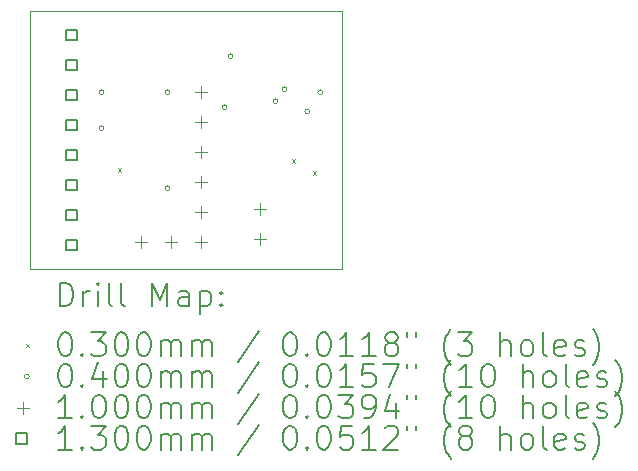
<source format=gbr>
%TF.GenerationSoftware,KiCad,Pcbnew,(6.0.11-0)*%
%TF.CreationDate,2023-09-03T14:24:56+02:00*%
%TF.ProjectId,Endstop_Levelshifter,456e6473-746f-4705-9f4c-6576656c7368,0.1*%
%TF.SameCoordinates,Original*%
%TF.FileFunction,Drillmap*%
%TF.FilePolarity,Positive*%
%FSLAX45Y45*%
G04 Gerber Fmt 4.5, Leading zero omitted, Abs format (unit mm)*
G04 Created by KiCad (PCBNEW (6.0.11-0)) date 2023-09-03 14:24:56*
%MOMM*%
%LPD*%
G01*
G04 APERTURE LIST*
%ADD10C,0.100000*%
%ADD11C,0.200000*%
%ADD12C,0.030000*%
%ADD13C,0.040000*%
%ADD14C,0.130000*%
G04 APERTURE END LIST*
D10*
X8737600Y-6934200D02*
X11379200Y-6934200D01*
X11379200Y-6934200D02*
X11379200Y-9118600D01*
X11379200Y-9118600D02*
X8737600Y-9118600D01*
X8737600Y-9118600D02*
X8737600Y-6934200D01*
D11*
D12*
X9484600Y-8265400D02*
X9514600Y-8295400D01*
X9514600Y-8265400D02*
X9484600Y-8295400D01*
X10957800Y-8189200D02*
X10987800Y-8219200D01*
X10987800Y-8189200D02*
X10957800Y-8219200D01*
X11135600Y-8290800D02*
X11165600Y-8320800D01*
X11165600Y-8290800D02*
X11135600Y-8320800D01*
D13*
X9367200Y-7620000D02*
G75*
G03*
X9367200Y-7620000I-20000J0D01*
G01*
X9367200Y-7924800D02*
G75*
G03*
X9367200Y-7924800I-20000J0D01*
G01*
X9926000Y-7620000D02*
G75*
G03*
X9926000Y-7620000I-20000J0D01*
G01*
X9926000Y-8432800D02*
G75*
G03*
X9926000Y-8432800I-20000J0D01*
G01*
X10408600Y-7747000D02*
G75*
G03*
X10408600Y-7747000I-20000J0D01*
G01*
X10459400Y-7315200D02*
G75*
G03*
X10459400Y-7315200I-20000J0D01*
G01*
X10840400Y-7696200D02*
G75*
G03*
X10840400Y-7696200I-20000J0D01*
G01*
X10916600Y-7594600D02*
G75*
G03*
X10916600Y-7594600I-20000J0D01*
G01*
X11107100Y-7785100D02*
G75*
G03*
X11107100Y-7785100I-20000J0D01*
G01*
X11217650Y-7620000D02*
G75*
G03*
X11217650Y-7620000I-20000J0D01*
G01*
D10*
X9677400Y-8840000D02*
X9677400Y-8940000D01*
X9627400Y-8890000D02*
X9727400Y-8890000D01*
X9931400Y-8840000D02*
X9931400Y-8940000D01*
X9881400Y-8890000D02*
X9981400Y-8890000D01*
X10185400Y-7570000D02*
X10185400Y-7670000D01*
X10135400Y-7620000D02*
X10235400Y-7620000D01*
X10185400Y-7824000D02*
X10185400Y-7924000D01*
X10135400Y-7874000D02*
X10235400Y-7874000D01*
X10185400Y-8078000D02*
X10185400Y-8178000D01*
X10135400Y-8128000D02*
X10235400Y-8128000D01*
X10185400Y-8332000D02*
X10185400Y-8432000D01*
X10135400Y-8382000D02*
X10235400Y-8382000D01*
X10185400Y-8586000D02*
X10185400Y-8686000D01*
X10135400Y-8636000D02*
X10235400Y-8636000D01*
X10185400Y-8840000D02*
X10185400Y-8940000D01*
X10135400Y-8890000D02*
X10235400Y-8890000D01*
X10687700Y-8559600D02*
X10687700Y-8659600D01*
X10637700Y-8609600D02*
X10737700Y-8609600D01*
X10687700Y-8813600D02*
X10687700Y-8913600D01*
X10637700Y-8863600D02*
X10737700Y-8863600D01*
D14*
X9139162Y-7181362D02*
X9139162Y-7089438D01*
X9047238Y-7089438D01*
X9047238Y-7181362D01*
X9139162Y-7181362D01*
X9139162Y-7435362D02*
X9139162Y-7343438D01*
X9047238Y-7343438D01*
X9047238Y-7435362D01*
X9139162Y-7435362D01*
X9139162Y-7689362D02*
X9139162Y-7597438D01*
X9047238Y-7597438D01*
X9047238Y-7689362D01*
X9139162Y-7689362D01*
X9139162Y-7943362D02*
X9139162Y-7851438D01*
X9047238Y-7851438D01*
X9047238Y-7943362D01*
X9139162Y-7943362D01*
X9139162Y-8197362D02*
X9139162Y-8105438D01*
X9047238Y-8105438D01*
X9047238Y-8197362D01*
X9139162Y-8197362D01*
X9139162Y-8451362D02*
X9139162Y-8359438D01*
X9047238Y-8359438D01*
X9047238Y-8451362D01*
X9139162Y-8451362D01*
X9139162Y-8705362D02*
X9139162Y-8613438D01*
X9047238Y-8613438D01*
X9047238Y-8705362D01*
X9139162Y-8705362D01*
X9139162Y-8959362D02*
X9139162Y-8867438D01*
X9047238Y-8867438D01*
X9047238Y-8959362D01*
X9139162Y-8959362D01*
D11*
X8990219Y-9434076D02*
X8990219Y-9234076D01*
X9037838Y-9234076D01*
X9066410Y-9243600D01*
X9085457Y-9262648D01*
X9094981Y-9281695D01*
X9104505Y-9319790D01*
X9104505Y-9348362D01*
X9094981Y-9386457D01*
X9085457Y-9405505D01*
X9066410Y-9424552D01*
X9037838Y-9434076D01*
X8990219Y-9434076D01*
X9190219Y-9434076D02*
X9190219Y-9300743D01*
X9190219Y-9338838D02*
X9199743Y-9319790D01*
X9209267Y-9310267D01*
X9228314Y-9300743D01*
X9247362Y-9300743D01*
X9314029Y-9434076D02*
X9314029Y-9300743D01*
X9314029Y-9234076D02*
X9304505Y-9243600D01*
X9314029Y-9253124D01*
X9323552Y-9243600D01*
X9314029Y-9234076D01*
X9314029Y-9253124D01*
X9437838Y-9434076D02*
X9418790Y-9424552D01*
X9409267Y-9405505D01*
X9409267Y-9234076D01*
X9542600Y-9434076D02*
X9523552Y-9424552D01*
X9514029Y-9405505D01*
X9514029Y-9234076D01*
X9771171Y-9434076D02*
X9771171Y-9234076D01*
X9837838Y-9376933D01*
X9904505Y-9234076D01*
X9904505Y-9434076D01*
X10085457Y-9434076D02*
X10085457Y-9329314D01*
X10075933Y-9310267D01*
X10056886Y-9300743D01*
X10018790Y-9300743D01*
X9999743Y-9310267D01*
X10085457Y-9424552D02*
X10066410Y-9434076D01*
X10018790Y-9434076D01*
X9999743Y-9424552D01*
X9990219Y-9405505D01*
X9990219Y-9386457D01*
X9999743Y-9367410D01*
X10018790Y-9357886D01*
X10066410Y-9357886D01*
X10085457Y-9348362D01*
X10180695Y-9300743D02*
X10180695Y-9500743D01*
X10180695Y-9310267D02*
X10199743Y-9300743D01*
X10237838Y-9300743D01*
X10256886Y-9310267D01*
X10266410Y-9319790D01*
X10275933Y-9338838D01*
X10275933Y-9395981D01*
X10266410Y-9415029D01*
X10256886Y-9424552D01*
X10237838Y-9434076D01*
X10199743Y-9434076D01*
X10180695Y-9424552D01*
X10361648Y-9415029D02*
X10371171Y-9424552D01*
X10361648Y-9434076D01*
X10352124Y-9424552D01*
X10361648Y-9415029D01*
X10361648Y-9434076D01*
X10361648Y-9310267D02*
X10371171Y-9319790D01*
X10361648Y-9329314D01*
X10352124Y-9319790D01*
X10361648Y-9310267D01*
X10361648Y-9329314D01*
D12*
X8702600Y-9748600D02*
X8732600Y-9778600D01*
X8732600Y-9748600D02*
X8702600Y-9778600D01*
D11*
X9028314Y-9654076D02*
X9047362Y-9654076D01*
X9066410Y-9663600D01*
X9075933Y-9673124D01*
X9085457Y-9692171D01*
X9094981Y-9730267D01*
X9094981Y-9777886D01*
X9085457Y-9815981D01*
X9075933Y-9835029D01*
X9066410Y-9844552D01*
X9047362Y-9854076D01*
X9028314Y-9854076D01*
X9009267Y-9844552D01*
X8999743Y-9835029D01*
X8990219Y-9815981D01*
X8980695Y-9777886D01*
X8980695Y-9730267D01*
X8990219Y-9692171D01*
X8999743Y-9673124D01*
X9009267Y-9663600D01*
X9028314Y-9654076D01*
X9180695Y-9835029D02*
X9190219Y-9844552D01*
X9180695Y-9854076D01*
X9171171Y-9844552D01*
X9180695Y-9835029D01*
X9180695Y-9854076D01*
X9256886Y-9654076D02*
X9380695Y-9654076D01*
X9314029Y-9730267D01*
X9342600Y-9730267D01*
X9361648Y-9739790D01*
X9371171Y-9749314D01*
X9380695Y-9768362D01*
X9380695Y-9815981D01*
X9371171Y-9835029D01*
X9361648Y-9844552D01*
X9342600Y-9854076D01*
X9285457Y-9854076D01*
X9266410Y-9844552D01*
X9256886Y-9835029D01*
X9504505Y-9654076D02*
X9523552Y-9654076D01*
X9542600Y-9663600D01*
X9552124Y-9673124D01*
X9561648Y-9692171D01*
X9571171Y-9730267D01*
X9571171Y-9777886D01*
X9561648Y-9815981D01*
X9552124Y-9835029D01*
X9542600Y-9844552D01*
X9523552Y-9854076D01*
X9504505Y-9854076D01*
X9485457Y-9844552D01*
X9475933Y-9835029D01*
X9466410Y-9815981D01*
X9456886Y-9777886D01*
X9456886Y-9730267D01*
X9466410Y-9692171D01*
X9475933Y-9673124D01*
X9485457Y-9663600D01*
X9504505Y-9654076D01*
X9694981Y-9654076D02*
X9714029Y-9654076D01*
X9733076Y-9663600D01*
X9742600Y-9673124D01*
X9752124Y-9692171D01*
X9761648Y-9730267D01*
X9761648Y-9777886D01*
X9752124Y-9815981D01*
X9742600Y-9835029D01*
X9733076Y-9844552D01*
X9714029Y-9854076D01*
X9694981Y-9854076D01*
X9675933Y-9844552D01*
X9666410Y-9835029D01*
X9656886Y-9815981D01*
X9647362Y-9777886D01*
X9647362Y-9730267D01*
X9656886Y-9692171D01*
X9666410Y-9673124D01*
X9675933Y-9663600D01*
X9694981Y-9654076D01*
X9847362Y-9854076D02*
X9847362Y-9720743D01*
X9847362Y-9739790D02*
X9856886Y-9730267D01*
X9875933Y-9720743D01*
X9904505Y-9720743D01*
X9923552Y-9730267D01*
X9933076Y-9749314D01*
X9933076Y-9854076D01*
X9933076Y-9749314D02*
X9942600Y-9730267D01*
X9961648Y-9720743D01*
X9990219Y-9720743D01*
X10009267Y-9730267D01*
X10018790Y-9749314D01*
X10018790Y-9854076D01*
X10114029Y-9854076D02*
X10114029Y-9720743D01*
X10114029Y-9739790D02*
X10123552Y-9730267D01*
X10142600Y-9720743D01*
X10171171Y-9720743D01*
X10190219Y-9730267D01*
X10199743Y-9749314D01*
X10199743Y-9854076D01*
X10199743Y-9749314D02*
X10209267Y-9730267D01*
X10228314Y-9720743D01*
X10256886Y-9720743D01*
X10275933Y-9730267D01*
X10285457Y-9749314D01*
X10285457Y-9854076D01*
X10675933Y-9644552D02*
X10504505Y-9901695D01*
X10933076Y-9654076D02*
X10952124Y-9654076D01*
X10971171Y-9663600D01*
X10980695Y-9673124D01*
X10990219Y-9692171D01*
X10999743Y-9730267D01*
X10999743Y-9777886D01*
X10990219Y-9815981D01*
X10980695Y-9835029D01*
X10971171Y-9844552D01*
X10952124Y-9854076D01*
X10933076Y-9854076D01*
X10914029Y-9844552D01*
X10904505Y-9835029D01*
X10894981Y-9815981D01*
X10885457Y-9777886D01*
X10885457Y-9730267D01*
X10894981Y-9692171D01*
X10904505Y-9673124D01*
X10914029Y-9663600D01*
X10933076Y-9654076D01*
X11085457Y-9835029D02*
X11094981Y-9844552D01*
X11085457Y-9854076D01*
X11075933Y-9844552D01*
X11085457Y-9835029D01*
X11085457Y-9854076D01*
X11218790Y-9654076D02*
X11237838Y-9654076D01*
X11256886Y-9663600D01*
X11266409Y-9673124D01*
X11275933Y-9692171D01*
X11285457Y-9730267D01*
X11285457Y-9777886D01*
X11275933Y-9815981D01*
X11266409Y-9835029D01*
X11256886Y-9844552D01*
X11237838Y-9854076D01*
X11218790Y-9854076D01*
X11199743Y-9844552D01*
X11190219Y-9835029D01*
X11180695Y-9815981D01*
X11171171Y-9777886D01*
X11171171Y-9730267D01*
X11180695Y-9692171D01*
X11190219Y-9673124D01*
X11199743Y-9663600D01*
X11218790Y-9654076D01*
X11475933Y-9854076D02*
X11361648Y-9854076D01*
X11418790Y-9854076D02*
X11418790Y-9654076D01*
X11399743Y-9682648D01*
X11380695Y-9701695D01*
X11361648Y-9711219D01*
X11666409Y-9854076D02*
X11552124Y-9854076D01*
X11609267Y-9854076D02*
X11609267Y-9654076D01*
X11590219Y-9682648D01*
X11571171Y-9701695D01*
X11552124Y-9711219D01*
X11780695Y-9739790D02*
X11761648Y-9730267D01*
X11752124Y-9720743D01*
X11742600Y-9701695D01*
X11742600Y-9692171D01*
X11752124Y-9673124D01*
X11761648Y-9663600D01*
X11780695Y-9654076D01*
X11818790Y-9654076D01*
X11837838Y-9663600D01*
X11847362Y-9673124D01*
X11856886Y-9692171D01*
X11856886Y-9701695D01*
X11847362Y-9720743D01*
X11837838Y-9730267D01*
X11818790Y-9739790D01*
X11780695Y-9739790D01*
X11761648Y-9749314D01*
X11752124Y-9758838D01*
X11742600Y-9777886D01*
X11742600Y-9815981D01*
X11752124Y-9835029D01*
X11761648Y-9844552D01*
X11780695Y-9854076D01*
X11818790Y-9854076D01*
X11837838Y-9844552D01*
X11847362Y-9835029D01*
X11856886Y-9815981D01*
X11856886Y-9777886D01*
X11847362Y-9758838D01*
X11837838Y-9749314D01*
X11818790Y-9739790D01*
X11933076Y-9654076D02*
X11933076Y-9692171D01*
X12009267Y-9654076D02*
X12009267Y-9692171D01*
X12304505Y-9930267D02*
X12294981Y-9920743D01*
X12275933Y-9892171D01*
X12266409Y-9873124D01*
X12256886Y-9844552D01*
X12247362Y-9796933D01*
X12247362Y-9758838D01*
X12256886Y-9711219D01*
X12266409Y-9682648D01*
X12275933Y-9663600D01*
X12294981Y-9635029D01*
X12304505Y-9625505D01*
X12361648Y-9654076D02*
X12485457Y-9654076D01*
X12418790Y-9730267D01*
X12447362Y-9730267D01*
X12466409Y-9739790D01*
X12475933Y-9749314D01*
X12485457Y-9768362D01*
X12485457Y-9815981D01*
X12475933Y-9835029D01*
X12466409Y-9844552D01*
X12447362Y-9854076D01*
X12390219Y-9854076D01*
X12371171Y-9844552D01*
X12361648Y-9835029D01*
X12723552Y-9854076D02*
X12723552Y-9654076D01*
X12809267Y-9854076D02*
X12809267Y-9749314D01*
X12799743Y-9730267D01*
X12780695Y-9720743D01*
X12752124Y-9720743D01*
X12733076Y-9730267D01*
X12723552Y-9739790D01*
X12933076Y-9854076D02*
X12914028Y-9844552D01*
X12904505Y-9835029D01*
X12894981Y-9815981D01*
X12894981Y-9758838D01*
X12904505Y-9739790D01*
X12914028Y-9730267D01*
X12933076Y-9720743D01*
X12961648Y-9720743D01*
X12980695Y-9730267D01*
X12990219Y-9739790D01*
X12999743Y-9758838D01*
X12999743Y-9815981D01*
X12990219Y-9835029D01*
X12980695Y-9844552D01*
X12961648Y-9854076D01*
X12933076Y-9854076D01*
X13114028Y-9854076D02*
X13094981Y-9844552D01*
X13085457Y-9825505D01*
X13085457Y-9654076D01*
X13266409Y-9844552D02*
X13247362Y-9854076D01*
X13209267Y-9854076D01*
X13190219Y-9844552D01*
X13180695Y-9825505D01*
X13180695Y-9749314D01*
X13190219Y-9730267D01*
X13209267Y-9720743D01*
X13247362Y-9720743D01*
X13266409Y-9730267D01*
X13275933Y-9749314D01*
X13275933Y-9768362D01*
X13180695Y-9787410D01*
X13352124Y-9844552D02*
X13371171Y-9854076D01*
X13409267Y-9854076D01*
X13428314Y-9844552D01*
X13437838Y-9825505D01*
X13437838Y-9815981D01*
X13428314Y-9796933D01*
X13409267Y-9787410D01*
X13380695Y-9787410D01*
X13361648Y-9777886D01*
X13352124Y-9758838D01*
X13352124Y-9749314D01*
X13361648Y-9730267D01*
X13380695Y-9720743D01*
X13409267Y-9720743D01*
X13428314Y-9730267D01*
X13504505Y-9930267D02*
X13514028Y-9920743D01*
X13533076Y-9892171D01*
X13542600Y-9873124D01*
X13552124Y-9844552D01*
X13561648Y-9796933D01*
X13561648Y-9758838D01*
X13552124Y-9711219D01*
X13542600Y-9682648D01*
X13533076Y-9663600D01*
X13514028Y-9635029D01*
X13504505Y-9625505D01*
D13*
X8732600Y-10027600D02*
G75*
G03*
X8732600Y-10027600I-20000J0D01*
G01*
D11*
X9028314Y-9918076D02*
X9047362Y-9918076D01*
X9066410Y-9927600D01*
X9075933Y-9937124D01*
X9085457Y-9956171D01*
X9094981Y-9994267D01*
X9094981Y-10041886D01*
X9085457Y-10079981D01*
X9075933Y-10099029D01*
X9066410Y-10108552D01*
X9047362Y-10118076D01*
X9028314Y-10118076D01*
X9009267Y-10108552D01*
X8999743Y-10099029D01*
X8990219Y-10079981D01*
X8980695Y-10041886D01*
X8980695Y-9994267D01*
X8990219Y-9956171D01*
X8999743Y-9937124D01*
X9009267Y-9927600D01*
X9028314Y-9918076D01*
X9180695Y-10099029D02*
X9190219Y-10108552D01*
X9180695Y-10118076D01*
X9171171Y-10108552D01*
X9180695Y-10099029D01*
X9180695Y-10118076D01*
X9361648Y-9984743D02*
X9361648Y-10118076D01*
X9314029Y-9908552D02*
X9266410Y-10051410D01*
X9390219Y-10051410D01*
X9504505Y-9918076D02*
X9523552Y-9918076D01*
X9542600Y-9927600D01*
X9552124Y-9937124D01*
X9561648Y-9956171D01*
X9571171Y-9994267D01*
X9571171Y-10041886D01*
X9561648Y-10079981D01*
X9552124Y-10099029D01*
X9542600Y-10108552D01*
X9523552Y-10118076D01*
X9504505Y-10118076D01*
X9485457Y-10108552D01*
X9475933Y-10099029D01*
X9466410Y-10079981D01*
X9456886Y-10041886D01*
X9456886Y-9994267D01*
X9466410Y-9956171D01*
X9475933Y-9937124D01*
X9485457Y-9927600D01*
X9504505Y-9918076D01*
X9694981Y-9918076D02*
X9714029Y-9918076D01*
X9733076Y-9927600D01*
X9742600Y-9937124D01*
X9752124Y-9956171D01*
X9761648Y-9994267D01*
X9761648Y-10041886D01*
X9752124Y-10079981D01*
X9742600Y-10099029D01*
X9733076Y-10108552D01*
X9714029Y-10118076D01*
X9694981Y-10118076D01*
X9675933Y-10108552D01*
X9666410Y-10099029D01*
X9656886Y-10079981D01*
X9647362Y-10041886D01*
X9647362Y-9994267D01*
X9656886Y-9956171D01*
X9666410Y-9937124D01*
X9675933Y-9927600D01*
X9694981Y-9918076D01*
X9847362Y-10118076D02*
X9847362Y-9984743D01*
X9847362Y-10003790D02*
X9856886Y-9994267D01*
X9875933Y-9984743D01*
X9904505Y-9984743D01*
X9923552Y-9994267D01*
X9933076Y-10013314D01*
X9933076Y-10118076D01*
X9933076Y-10013314D02*
X9942600Y-9994267D01*
X9961648Y-9984743D01*
X9990219Y-9984743D01*
X10009267Y-9994267D01*
X10018790Y-10013314D01*
X10018790Y-10118076D01*
X10114029Y-10118076D02*
X10114029Y-9984743D01*
X10114029Y-10003790D02*
X10123552Y-9994267D01*
X10142600Y-9984743D01*
X10171171Y-9984743D01*
X10190219Y-9994267D01*
X10199743Y-10013314D01*
X10199743Y-10118076D01*
X10199743Y-10013314D02*
X10209267Y-9994267D01*
X10228314Y-9984743D01*
X10256886Y-9984743D01*
X10275933Y-9994267D01*
X10285457Y-10013314D01*
X10285457Y-10118076D01*
X10675933Y-9908552D02*
X10504505Y-10165695D01*
X10933076Y-9918076D02*
X10952124Y-9918076D01*
X10971171Y-9927600D01*
X10980695Y-9937124D01*
X10990219Y-9956171D01*
X10999743Y-9994267D01*
X10999743Y-10041886D01*
X10990219Y-10079981D01*
X10980695Y-10099029D01*
X10971171Y-10108552D01*
X10952124Y-10118076D01*
X10933076Y-10118076D01*
X10914029Y-10108552D01*
X10904505Y-10099029D01*
X10894981Y-10079981D01*
X10885457Y-10041886D01*
X10885457Y-9994267D01*
X10894981Y-9956171D01*
X10904505Y-9937124D01*
X10914029Y-9927600D01*
X10933076Y-9918076D01*
X11085457Y-10099029D02*
X11094981Y-10108552D01*
X11085457Y-10118076D01*
X11075933Y-10108552D01*
X11085457Y-10099029D01*
X11085457Y-10118076D01*
X11218790Y-9918076D02*
X11237838Y-9918076D01*
X11256886Y-9927600D01*
X11266409Y-9937124D01*
X11275933Y-9956171D01*
X11285457Y-9994267D01*
X11285457Y-10041886D01*
X11275933Y-10079981D01*
X11266409Y-10099029D01*
X11256886Y-10108552D01*
X11237838Y-10118076D01*
X11218790Y-10118076D01*
X11199743Y-10108552D01*
X11190219Y-10099029D01*
X11180695Y-10079981D01*
X11171171Y-10041886D01*
X11171171Y-9994267D01*
X11180695Y-9956171D01*
X11190219Y-9937124D01*
X11199743Y-9927600D01*
X11218790Y-9918076D01*
X11475933Y-10118076D02*
X11361648Y-10118076D01*
X11418790Y-10118076D02*
X11418790Y-9918076D01*
X11399743Y-9946648D01*
X11380695Y-9965695D01*
X11361648Y-9975219D01*
X11656886Y-9918076D02*
X11561648Y-9918076D01*
X11552124Y-10013314D01*
X11561648Y-10003790D01*
X11580695Y-9994267D01*
X11628314Y-9994267D01*
X11647362Y-10003790D01*
X11656886Y-10013314D01*
X11666409Y-10032362D01*
X11666409Y-10079981D01*
X11656886Y-10099029D01*
X11647362Y-10108552D01*
X11628314Y-10118076D01*
X11580695Y-10118076D01*
X11561648Y-10108552D01*
X11552124Y-10099029D01*
X11733076Y-9918076D02*
X11866409Y-9918076D01*
X11780695Y-10118076D01*
X11933076Y-9918076D02*
X11933076Y-9956171D01*
X12009267Y-9918076D02*
X12009267Y-9956171D01*
X12304505Y-10194267D02*
X12294981Y-10184743D01*
X12275933Y-10156171D01*
X12266409Y-10137124D01*
X12256886Y-10108552D01*
X12247362Y-10060933D01*
X12247362Y-10022838D01*
X12256886Y-9975219D01*
X12266409Y-9946648D01*
X12275933Y-9927600D01*
X12294981Y-9899029D01*
X12304505Y-9889505D01*
X12485457Y-10118076D02*
X12371171Y-10118076D01*
X12428314Y-10118076D02*
X12428314Y-9918076D01*
X12409267Y-9946648D01*
X12390219Y-9965695D01*
X12371171Y-9975219D01*
X12609267Y-9918076D02*
X12628314Y-9918076D01*
X12647362Y-9927600D01*
X12656886Y-9937124D01*
X12666409Y-9956171D01*
X12675933Y-9994267D01*
X12675933Y-10041886D01*
X12666409Y-10079981D01*
X12656886Y-10099029D01*
X12647362Y-10108552D01*
X12628314Y-10118076D01*
X12609267Y-10118076D01*
X12590219Y-10108552D01*
X12580695Y-10099029D01*
X12571171Y-10079981D01*
X12561648Y-10041886D01*
X12561648Y-9994267D01*
X12571171Y-9956171D01*
X12580695Y-9937124D01*
X12590219Y-9927600D01*
X12609267Y-9918076D01*
X12914028Y-10118076D02*
X12914028Y-9918076D01*
X12999743Y-10118076D02*
X12999743Y-10013314D01*
X12990219Y-9994267D01*
X12971171Y-9984743D01*
X12942600Y-9984743D01*
X12923552Y-9994267D01*
X12914028Y-10003790D01*
X13123552Y-10118076D02*
X13104505Y-10108552D01*
X13094981Y-10099029D01*
X13085457Y-10079981D01*
X13085457Y-10022838D01*
X13094981Y-10003790D01*
X13104505Y-9994267D01*
X13123552Y-9984743D01*
X13152124Y-9984743D01*
X13171171Y-9994267D01*
X13180695Y-10003790D01*
X13190219Y-10022838D01*
X13190219Y-10079981D01*
X13180695Y-10099029D01*
X13171171Y-10108552D01*
X13152124Y-10118076D01*
X13123552Y-10118076D01*
X13304505Y-10118076D02*
X13285457Y-10108552D01*
X13275933Y-10089505D01*
X13275933Y-9918076D01*
X13456886Y-10108552D02*
X13437838Y-10118076D01*
X13399743Y-10118076D01*
X13380695Y-10108552D01*
X13371171Y-10089505D01*
X13371171Y-10013314D01*
X13380695Y-9994267D01*
X13399743Y-9984743D01*
X13437838Y-9984743D01*
X13456886Y-9994267D01*
X13466409Y-10013314D01*
X13466409Y-10032362D01*
X13371171Y-10051410D01*
X13542600Y-10108552D02*
X13561648Y-10118076D01*
X13599743Y-10118076D01*
X13618790Y-10108552D01*
X13628314Y-10089505D01*
X13628314Y-10079981D01*
X13618790Y-10060933D01*
X13599743Y-10051410D01*
X13571171Y-10051410D01*
X13552124Y-10041886D01*
X13542600Y-10022838D01*
X13542600Y-10013314D01*
X13552124Y-9994267D01*
X13571171Y-9984743D01*
X13599743Y-9984743D01*
X13618790Y-9994267D01*
X13694981Y-10194267D02*
X13704505Y-10184743D01*
X13723552Y-10156171D01*
X13733076Y-10137124D01*
X13742600Y-10108552D01*
X13752124Y-10060933D01*
X13752124Y-10022838D01*
X13742600Y-9975219D01*
X13733076Y-9946648D01*
X13723552Y-9927600D01*
X13704505Y-9899029D01*
X13694981Y-9889505D01*
D10*
X8682600Y-10241600D02*
X8682600Y-10341600D01*
X8632600Y-10291600D02*
X8732600Y-10291600D01*
D11*
X9094981Y-10382076D02*
X8980695Y-10382076D01*
X9037838Y-10382076D02*
X9037838Y-10182076D01*
X9018790Y-10210648D01*
X8999743Y-10229695D01*
X8980695Y-10239219D01*
X9180695Y-10363029D02*
X9190219Y-10372552D01*
X9180695Y-10382076D01*
X9171171Y-10372552D01*
X9180695Y-10363029D01*
X9180695Y-10382076D01*
X9314029Y-10182076D02*
X9333076Y-10182076D01*
X9352124Y-10191600D01*
X9361648Y-10201124D01*
X9371171Y-10220171D01*
X9380695Y-10258267D01*
X9380695Y-10305886D01*
X9371171Y-10343981D01*
X9361648Y-10363029D01*
X9352124Y-10372552D01*
X9333076Y-10382076D01*
X9314029Y-10382076D01*
X9294981Y-10372552D01*
X9285457Y-10363029D01*
X9275933Y-10343981D01*
X9266410Y-10305886D01*
X9266410Y-10258267D01*
X9275933Y-10220171D01*
X9285457Y-10201124D01*
X9294981Y-10191600D01*
X9314029Y-10182076D01*
X9504505Y-10182076D02*
X9523552Y-10182076D01*
X9542600Y-10191600D01*
X9552124Y-10201124D01*
X9561648Y-10220171D01*
X9571171Y-10258267D01*
X9571171Y-10305886D01*
X9561648Y-10343981D01*
X9552124Y-10363029D01*
X9542600Y-10372552D01*
X9523552Y-10382076D01*
X9504505Y-10382076D01*
X9485457Y-10372552D01*
X9475933Y-10363029D01*
X9466410Y-10343981D01*
X9456886Y-10305886D01*
X9456886Y-10258267D01*
X9466410Y-10220171D01*
X9475933Y-10201124D01*
X9485457Y-10191600D01*
X9504505Y-10182076D01*
X9694981Y-10182076D02*
X9714029Y-10182076D01*
X9733076Y-10191600D01*
X9742600Y-10201124D01*
X9752124Y-10220171D01*
X9761648Y-10258267D01*
X9761648Y-10305886D01*
X9752124Y-10343981D01*
X9742600Y-10363029D01*
X9733076Y-10372552D01*
X9714029Y-10382076D01*
X9694981Y-10382076D01*
X9675933Y-10372552D01*
X9666410Y-10363029D01*
X9656886Y-10343981D01*
X9647362Y-10305886D01*
X9647362Y-10258267D01*
X9656886Y-10220171D01*
X9666410Y-10201124D01*
X9675933Y-10191600D01*
X9694981Y-10182076D01*
X9847362Y-10382076D02*
X9847362Y-10248743D01*
X9847362Y-10267790D02*
X9856886Y-10258267D01*
X9875933Y-10248743D01*
X9904505Y-10248743D01*
X9923552Y-10258267D01*
X9933076Y-10277314D01*
X9933076Y-10382076D01*
X9933076Y-10277314D02*
X9942600Y-10258267D01*
X9961648Y-10248743D01*
X9990219Y-10248743D01*
X10009267Y-10258267D01*
X10018790Y-10277314D01*
X10018790Y-10382076D01*
X10114029Y-10382076D02*
X10114029Y-10248743D01*
X10114029Y-10267790D02*
X10123552Y-10258267D01*
X10142600Y-10248743D01*
X10171171Y-10248743D01*
X10190219Y-10258267D01*
X10199743Y-10277314D01*
X10199743Y-10382076D01*
X10199743Y-10277314D02*
X10209267Y-10258267D01*
X10228314Y-10248743D01*
X10256886Y-10248743D01*
X10275933Y-10258267D01*
X10285457Y-10277314D01*
X10285457Y-10382076D01*
X10675933Y-10172552D02*
X10504505Y-10429695D01*
X10933076Y-10182076D02*
X10952124Y-10182076D01*
X10971171Y-10191600D01*
X10980695Y-10201124D01*
X10990219Y-10220171D01*
X10999743Y-10258267D01*
X10999743Y-10305886D01*
X10990219Y-10343981D01*
X10980695Y-10363029D01*
X10971171Y-10372552D01*
X10952124Y-10382076D01*
X10933076Y-10382076D01*
X10914029Y-10372552D01*
X10904505Y-10363029D01*
X10894981Y-10343981D01*
X10885457Y-10305886D01*
X10885457Y-10258267D01*
X10894981Y-10220171D01*
X10904505Y-10201124D01*
X10914029Y-10191600D01*
X10933076Y-10182076D01*
X11085457Y-10363029D02*
X11094981Y-10372552D01*
X11085457Y-10382076D01*
X11075933Y-10372552D01*
X11085457Y-10363029D01*
X11085457Y-10382076D01*
X11218790Y-10182076D02*
X11237838Y-10182076D01*
X11256886Y-10191600D01*
X11266409Y-10201124D01*
X11275933Y-10220171D01*
X11285457Y-10258267D01*
X11285457Y-10305886D01*
X11275933Y-10343981D01*
X11266409Y-10363029D01*
X11256886Y-10372552D01*
X11237838Y-10382076D01*
X11218790Y-10382076D01*
X11199743Y-10372552D01*
X11190219Y-10363029D01*
X11180695Y-10343981D01*
X11171171Y-10305886D01*
X11171171Y-10258267D01*
X11180695Y-10220171D01*
X11190219Y-10201124D01*
X11199743Y-10191600D01*
X11218790Y-10182076D01*
X11352124Y-10182076D02*
X11475933Y-10182076D01*
X11409267Y-10258267D01*
X11437838Y-10258267D01*
X11456886Y-10267790D01*
X11466409Y-10277314D01*
X11475933Y-10296362D01*
X11475933Y-10343981D01*
X11466409Y-10363029D01*
X11456886Y-10372552D01*
X11437838Y-10382076D01*
X11380695Y-10382076D01*
X11361648Y-10372552D01*
X11352124Y-10363029D01*
X11571171Y-10382076D02*
X11609267Y-10382076D01*
X11628314Y-10372552D01*
X11637838Y-10363029D01*
X11656886Y-10334457D01*
X11666409Y-10296362D01*
X11666409Y-10220171D01*
X11656886Y-10201124D01*
X11647362Y-10191600D01*
X11628314Y-10182076D01*
X11590219Y-10182076D01*
X11571171Y-10191600D01*
X11561648Y-10201124D01*
X11552124Y-10220171D01*
X11552124Y-10267790D01*
X11561648Y-10286838D01*
X11571171Y-10296362D01*
X11590219Y-10305886D01*
X11628314Y-10305886D01*
X11647362Y-10296362D01*
X11656886Y-10286838D01*
X11666409Y-10267790D01*
X11837838Y-10248743D02*
X11837838Y-10382076D01*
X11790219Y-10172552D02*
X11742600Y-10315410D01*
X11866409Y-10315410D01*
X11933076Y-10182076D02*
X11933076Y-10220171D01*
X12009267Y-10182076D02*
X12009267Y-10220171D01*
X12304505Y-10458267D02*
X12294981Y-10448743D01*
X12275933Y-10420171D01*
X12266409Y-10401124D01*
X12256886Y-10372552D01*
X12247362Y-10324933D01*
X12247362Y-10286838D01*
X12256886Y-10239219D01*
X12266409Y-10210648D01*
X12275933Y-10191600D01*
X12294981Y-10163029D01*
X12304505Y-10153505D01*
X12485457Y-10382076D02*
X12371171Y-10382076D01*
X12428314Y-10382076D02*
X12428314Y-10182076D01*
X12409267Y-10210648D01*
X12390219Y-10229695D01*
X12371171Y-10239219D01*
X12609267Y-10182076D02*
X12628314Y-10182076D01*
X12647362Y-10191600D01*
X12656886Y-10201124D01*
X12666409Y-10220171D01*
X12675933Y-10258267D01*
X12675933Y-10305886D01*
X12666409Y-10343981D01*
X12656886Y-10363029D01*
X12647362Y-10372552D01*
X12628314Y-10382076D01*
X12609267Y-10382076D01*
X12590219Y-10372552D01*
X12580695Y-10363029D01*
X12571171Y-10343981D01*
X12561648Y-10305886D01*
X12561648Y-10258267D01*
X12571171Y-10220171D01*
X12580695Y-10201124D01*
X12590219Y-10191600D01*
X12609267Y-10182076D01*
X12914028Y-10382076D02*
X12914028Y-10182076D01*
X12999743Y-10382076D02*
X12999743Y-10277314D01*
X12990219Y-10258267D01*
X12971171Y-10248743D01*
X12942600Y-10248743D01*
X12923552Y-10258267D01*
X12914028Y-10267790D01*
X13123552Y-10382076D02*
X13104505Y-10372552D01*
X13094981Y-10363029D01*
X13085457Y-10343981D01*
X13085457Y-10286838D01*
X13094981Y-10267790D01*
X13104505Y-10258267D01*
X13123552Y-10248743D01*
X13152124Y-10248743D01*
X13171171Y-10258267D01*
X13180695Y-10267790D01*
X13190219Y-10286838D01*
X13190219Y-10343981D01*
X13180695Y-10363029D01*
X13171171Y-10372552D01*
X13152124Y-10382076D01*
X13123552Y-10382076D01*
X13304505Y-10382076D02*
X13285457Y-10372552D01*
X13275933Y-10353505D01*
X13275933Y-10182076D01*
X13456886Y-10372552D02*
X13437838Y-10382076D01*
X13399743Y-10382076D01*
X13380695Y-10372552D01*
X13371171Y-10353505D01*
X13371171Y-10277314D01*
X13380695Y-10258267D01*
X13399743Y-10248743D01*
X13437838Y-10248743D01*
X13456886Y-10258267D01*
X13466409Y-10277314D01*
X13466409Y-10296362D01*
X13371171Y-10315410D01*
X13542600Y-10372552D02*
X13561648Y-10382076D01*
X13599743Y-10382076D01*
X13618790Y-10372552D01*
X13628314Y-10353505D01*
X13628314Y-10343981D01*
X13618790Y-10324933D01*
X13599743Y-10315410D01*
X13571171Y-10315410D01*
X13552124Y-10305886D01*
X13542600Y-10286838D01*
X13542600Y-10277314D01*
X13552124Y-10258267D01*
X13571171Y-10248743D01*
X13599743Y-10248743D01*
X13618790Y-10258267D01*
X13694981Y-10458267D02*
X13704505Y-10448743D01*
X13723552Y-10420171D01*
X13733076Y-10401124D01*
X13742600Y-10372552D01*
X13752124Y-10324933D01*
X13752124Y-10286838D01*
X13742600Y-10239219D01*
X13733076Y-10210648D01*
X13723552Y-10191600D01*
X13704505Y-10163029D01*
X13694981Y-10153505D01*
D14*
X8713562Y-10601562D02*
X8713562Y-10509638D01*
X8621638Y-10509638D01*
X8621638Y-10601562D01*
X8713562Y-10601562D01*
D11*
X9094981Y-10646076D02*
X8980695Y-10646076D01*
X9037838Y-10646076D02*
X9037838Y-10446076D01*
X9018790Y-10474648D01*
X8999743Y-10493695D01*
X8980695Y-10503219D01*
X9180695Y-10627029D02*
X9190219Y-10636552D01*
X9180695Y-10646076D01*
X9171171Y-10636552D01*
X9180695Y-10627029D01*
X9180695Y-10646076D01*
X9256886Y-10446076D02*
X9380695Y-10446076D01*
X9314029Y-10522267D01*
X9342600Y-10522267D01*
X9361648Y-10531790D01*
X9371171Y-10541314D01*
X9380695Y-10560362D01*
X9380695Y-10607981D01*
X9371171Y-10627029D01*
X9361648Y-10636552D01*
X9342600Y-10646076D01*
X9285457Y-10646076D01*
X9266410Y-10636552D01*
X9256886Y-10627029D01*
X9504505Y-10446076D02*
X9523552Y-10446076D01*
X9542600Y-10455600D01*
X9552124Y-10465124D01*
X9561648Y-10484171D01*
X9571171Y-10522267D01*
X9571171Y-10569886D01*
X9561648Y-10607981D01*
X9552124Y-10627029D01*
X9542600Y-10636552D01*
X9523552Y-10646076D01*
X9504505Y-10646076D01*
X9485457Y-10636552D01*
X9475933Y-10627029D01*
X9466410Y-10607981D01*
X9456886Y-10569886D01*
X9456886Y-10522267D01*
X9466410Y-10484171D01*
X9475933Y-10465124D01*
X9485457Y-10455600D01*
X9504505Y-10446076D01*
X9694981Y-10446076D02*
X9714029Y-10446076D01*
X9733076Y-10455600D01*
X9742600Y-10465124D01*
X9752124Y-10484171D01*
X9761648Y-10522267D01*
X9761648Y-10569886D01*
X9752124Y-10607981D01*
X9742600Y-10627029D01*
X9733076Y-10636552D01*
X9714029Y-10646076D01*
X9694981Y-10646076D01*
X9675933Y-10636552D01*
X9666410Y-10627029D01*
X9656886Y-10607981D01*
X9647362Y-10569886D01*
X9647362Y-10522267D01*
X9656886Y-10484171D01*
X9666410Y-10465124D01*
X9675933Y-10455600D01*
X9694981Y-10446076D01*
X9847362Y-10646076D02*
X9847362Y-10512743D01*
X9847362Y-10531790D02*
X9856886Y-10522267D01*
X9875933Y-10512743D01*
X9904505Y-10512743D01*
X9923552Y-10522267D01*
X9933076Y-10541314D01*
X9933076Y-10646076D01*
X9933076Y-10541314D02*
X9942600Y-10522267D01*
X9961648Y-10512743D01*
X9990219Y-10512743D01*
X10009267Y-10522267D01*
X10018790Y-10541314D01*
X10018790Y-10646076D01*
X10114029Y-10646076D02*
X10114029Y-10512743D01*
X10114029Y-10531790D02*
X10123552Y-10522267D01*
X10142600Y-10512743D01*
X10171171Y-10512743D01*
X10190219Y-10522267D01*
X10199743Y-10541314D01*
X10199743Y-10646076D01*
X10199743Y-10541314D02*
X10209267Y-10522267D01*
X10228314Y-10512743D01*
X10256886Y-10512743D01*
X10275933Y-10522267D01*
X10285457Y-10541314D01*
X10285457Y-10646076D01*
X10675933Y-10436552D02*
X10504505Y-10693695D01*
X10933076Y-10446076D02*
X10952124Y-10446076D01*
X10971171Y-10455600D01*
X10980695Y-10465124D01*
X10990219Y-10484171D01*
X10999743Y-10522267D01*
X10999743Y-10569886D01*
X10990219Y-10607981D01*
X10980695Y-10627029D01*
X10971171Y-10636552D01*
X10952124Y-10646076D01*
X10933076Y-10646076D01*
X10914029Y-10636552D01*
X10904505Y-10627029D01*
X10894981Y-10607981D01*
X10885457Y-10569886D01*
X10885457Y-10522267D01*
X10894981Y-10484171D01*
X10904505Y-10465124D01*
X10914029Y-10455600D01*
X10933076Y-10446076D01*
X11085457Y-10627029D02*
X11094981Y-10636552D01*
X11085457Y-10646076D01*
X11075933Y-10636552D01*
X11085457Y-10627029D01*
X11085457Y-10646076D01*
X11218790Y-10446076D02*
X11237838Y-10446076D01*
X11256886Y-10455600D01*
X11266409Y-10465124D01*
X11275933Y-10484171D01*
X11285457Y-10522267D01*
X11285457Y-10569886D01*
X11275933Y-10607981D01*
X11266409Y-10627029D01*
X11256886Y-10636552D01*
X11237838Y-10646076D01*
X11218790Y-10646076D01*
X11199743Y-10636552D01*
X11190219Y-10627029D01*
X11180695Y-10607981D01*
X11171171Y-10569886D01*
X11171171Y-10522267D01*
X11180695Y-10484171D01*
X11190219Y-10465124D01*
X11199743Y-10455600D01*
X11218790Y-10446076D01*
X11466409Y-10446076D02*
X11371171Y-10446076D01*
X11361648Y-10541314D01*
X11371171Y-10531790D01*
X11390219Y-10522267D01*
X11437838Y-10522267D01*
X11456886Y-10531790D01*
X11466409Y-10541314D01*
X11475933Y-10560362D01*
X11475933Y-10607981D01*
X11466409Y-10627029D01*
X11456886Y-10636552D01*
X11437838Y-10646076D01*
X11390219Y-10646076D01*
X11371171Y-10636552D01*
X11361648Y-10627029D01*
X11666409Y-10646076D02*
X11552124Y-10646076D01*
X11609267Y-10646076D02*
X11609267Y-10446076D01*
X11590219Y-10474648D01*
X11571171Y-10493695D01*
X11552124Y-10503219D01*
X11742600Y-10465124D02*
X11752124Y-10455600D01*
X11771171Y-10446076D01*
X11818790Y-10446076D01*
X11837838Y-10455600D01*
X11847362Y-10465124D01*
X11856886Y-10484171D01*
X11856886Y-10503219D01*
X11847362Y-10531790D01*
X11733076Y-10646076D01*
X11856886Y-10646076D01*
X11933076Y-10446076D02*
X11933076Y-10484171D01*
X12009267Y-10446076D02*
X12009267Y-10484171D01*
X12304505Y-10722267D02*
X12294981Y-10712743D01*
X12275933Y-10684171D01*
X12266409Y-10665124D01*
X12256886Y-10636552D01*
X12247362Y-10588933D01*
X12247362Y-10550838D01*
X12256886Y-10503219D01*
X12266409Y-10474648D01*
X12275933Y-10455600D01*
X12294981Y-10427029D01*
X12304505Y-10417505D01*
X12409267Y-10531790D02*
X12390219Y-10522267D01*
X12380695Y-10512743D01*
X12371171Y-10493695D01*
X12371171Y-10484171D01*
X12380695Y-10465124D01*
X12390219Y-10455600D01*
X12409267Y-10446076D01*
X12447362Y-10446076D01*
X12466409Y-10455600D01*
X12475933Y-10465124D01*
X12485457Y-10484171D01*
X12485457Y-10493695D01*
X12475933Y-10512743D01*
X12466409Y-10522267D01*
X12447362Y-10531790D01*
X12409267Y-10531790D01*
X12390219Y-10541314D01*
X12380695Y-10550838D01*
X12371171Y-10569886D01*
X12371171Y-10607981D01*
X12380695Y-10627029D01*
X12390219Y-10636552D01*
X12409267Y-10646076D01*
X12447362Y-10646076D01*
X12466409Y-10636552D01*
X12475933Y-10627029D01*
X12485457Y-10607981D01*
X12485457Y-10569886D01*
X12475933Y-10550838D01*
X12466409Y-10541314D01*
X12447362Y-10531790D01*
X12723552Y-10646076D02*
X12723552Y-10446076D01*
X12809267Y-10646076D02*
X12809267Y-10541314D01*
X12799743Y-10522267D01*
X12780695Y-10512743D01*
X12752124Y-10512743D01*
X12733076Y-10522267D01*
X12723552Y-10531790D01*
X12933076Y-10646076D02*
X12914028Y-10636552D01*
X12904505Y-10627029D01*
X12894981Y-10607981D01*
X12894981Y-10550838D01*
X12904505Y-10531790D01*
X12914028Y-10522267D01*
X12933076Y-10512743D01*
X12961648Y-10512743D01*
X12980695Y-10522267D01*
X12990219Y-10531790D01*
X12999743Y-10550838D01*
X12999743Y-10607981D01*
X12990219Y-10627029D01*
X12980695Y-10636552D01*
X12961648Y-10646076D01*
X12933076Y-10646076D01*
X13114028Y-10646076D02*
X13094981Y-10636552D01*
X13085457Y-10617505D01*
X13085457Y-10446076D01*
X13266409Y-10636552D02*
X13247362Y-10646076D01*
X13209267Y-10646076D01*
X13190219Y-10636552D01*
X13180695Y-10617505D01*
X13180695Y-10541314D01*
X13190219Y-10522267D01*
X13209267Y-10512743D01*
X13247362Y-10512743D01*
X13266409Y-10522267D01*
X13275933Y-10541314D01*
X13275933Y-10560362D01*
X13180695Y-10579410D01*
X13352124Y-10636552D02*
X13371171Y-10646076D01*
X13409267Y-10646076D01*
X13428314Y-10636552D01*
X13437838Y-10617505D01*
X13437838Y-10607981D01*
X13428314Y-10588933D01*
X13409267Y-10579410D01*
X13380695Y-10579410D01*
X13361648Y-10569886D01*
X13352124Y-10550838D01*
X13352124Y-10541314D01*
X13361648Y-10522267D01*
X13380695Y-10512743D01*
X13409267Y-10512743D01*
X13428314Y-10522267D01*
X13504505Y-10722267D02*
X13514028Y-10712743D01*
X13533076Y-10684171D01*
X13542600Y-10665124D01*
X13552124Y-10636552D01*
X13561648Y-10588933D01*
X13561648Y-10550838D01*
X13552124Y-10503219D01*
X13542600Y-10474648D01*
X13533076Y-10455600D01*
X13514028Y-10427029D01*
X13504505Y-10417505D01*
M02*

</source>
